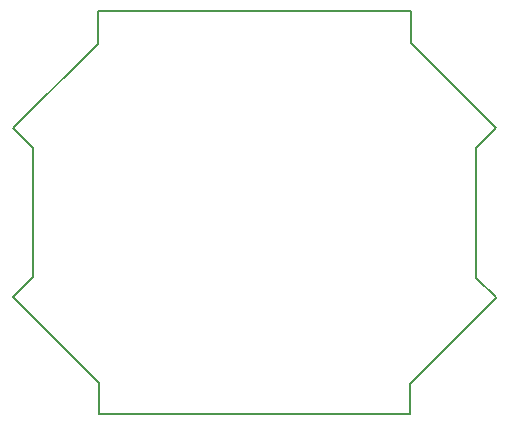
<source format=gm1>
G04 #@! TF.FileFunction,Profile,NP*
%FSLAX46Y46*%
G04 Gerber Fmt 4.6, Leading zero omitted, Abs format (unit mm)*
G04 Created by KiCad (PCBNEW 4.0.7-e2-6376~58~ubuntu16.04.1) date Thu Aug  2 19:25:17 2018*
%MOMM*%
%LPD*%
G01*
G04 APERTURE LIST*
%ADD10C,0.100000*%
%ADD11C,0.150000*%
G04 APERTURE END LIST*
D10*
D11*
X125840000Y-111460000D02*
X125750000Y-111370000D01*
X125840000Y-114050000D02*
X125840000Y-111460000D01*
X118550000Y-104170000D02*
X125750000Y-111370000D01*
X118550000Y-104170000D02*
X120240000Y-102480000D01*
X152120000Y-114050000D02*
X125840000Y-114050000D01*
X152120000Y-111500000D02*
X152120000Y-114050000D01*
X159420000Y-104200000D02*
X152120000Y-111500000D01*
X159420000Y-104160000D02*
X159420000Y-104200000D01*
X157770000Y-102510000D02*
X159420000Y-104160000D01*
X157770000Y-91520000D02*
X157770000Y-102510000D01*
X159450000Y-89840000D02*
X157770000Y-91520000D01*
X152250000Y-82640000D02*
X159450000Y-89840000D01*
X152250000Y-79940000D02*
X152250000Y-82640000D01*
X125730000Y-79940000D02*
X152250000Y-79940000D01*
X125730000Y-82700000D02*
X125730000Y-79940000D01*
X118580000Y-89850000D02*
X125730000Y-82700000D01*
X120240000Y-91510000D02*
X118580000Y-89850000D01*
X120240000Y-102480000D02*
X120240000Y-91510000D01*
M02*

</source>
